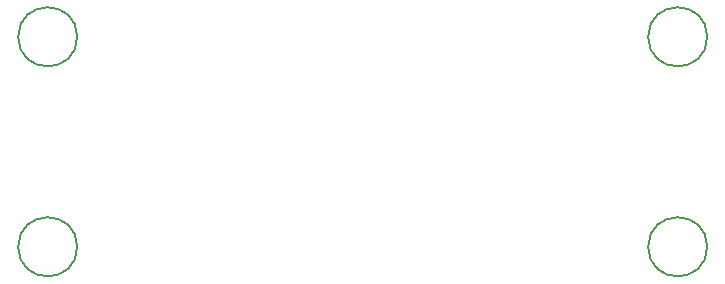
<source format=gbr>
%TF.GenerationSoftware,KiCad,Pcbnew,9.0.1*%
%TF.CreationDate,2025-07-30T00:23:41-04:00*%
%TF.ProjectId,T5848,54353834-382e-46b6-9963-61645f706362,rev?*%
%TF.SameCoordinates,Original*%
%TF.FileFunction,Other,Comment*%
%FSLAX46Y46*%
G04 Gerber Fmt 4.6, Leading zero omitted, Abs format (unit mm)*
G04 Created by KiCad (PCBNEW 9.0.1) date 2025-07-30 00:23:41*
%MOMM*%
%LPD*%
G01*
G04 APERTURE LIST*
%ADD10C,0.150000*%
G04 APERTURE END LIST*
D10*
%TO.C,H3*%
X124330000Y-113890000D02*
G75*
G02*
X119330000Y-113890000I-2500000J0D01*
G01*
X119330000Y-113890000D02*
G75*
G02*
X124330000Y-113890000I2500000J0D01*
G01*
%TO.C,H1*%
X124330000Y-96110000D02*
G75*
G02*
X119330000Y-96110000I-2500000J0D01*
G01*
X119330000Y-96110000D02*
G75*
G02*
X124330000Y-96110000I2500000J0D01*
G01*
%TO.C,H2*%
X177670000Y-96110000D02*
G75*
G02*
X172670000Y-96110000I-2500000J0D01*
G01*
X172670000Y-96110000D02*
G75*
G02*
X177670000Y-96110000I2500000J0D01*
G01*
%TO.C,H4*%
X177670000Y-113890000D02*
G75*
G02*
X172670000Y-113890000I-2500000J0D01*
G01*
X172670000Y-113890000D02*
G75*
G02*
X177670000Y-113890000I2500000J0D01*
G01*
%TD*%
M02*

</source>
